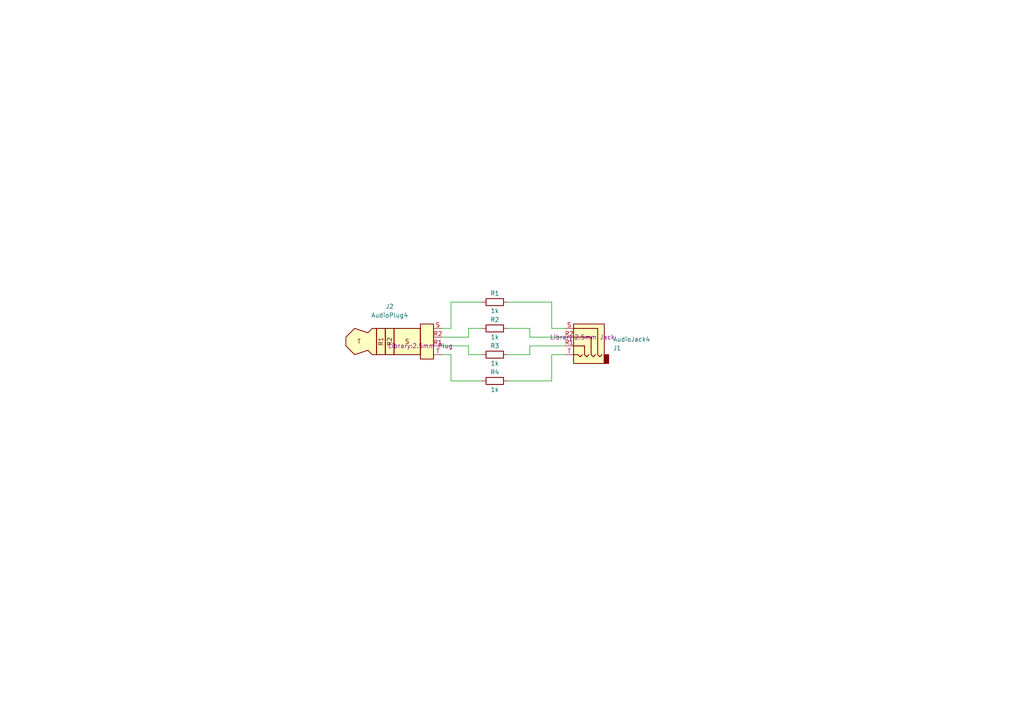
<source format=kicad_sch>
(kicad_sch (version 20230121) (generator eeschema)
  (paper "A4")
  (lib_symbols
    (symbol "Connector_Audio:AudioJack4"
      (property "Reference" "J" (at 0 8.89 0))
      (property "Value" "AudioJack4" (at 0 6.35 0))
      (symbol "AudioJack4_0_1"
        (rectangle (start -6.35 -5.08) (end -7.62 -7.62) (stroke (width 0.254)) (fill (type outline)))
        (polyline (pts (xy 0 -5.08) (xy 0.635 -5.715) (xy 1.27 -5.08) (xy 2.54 -5.08)) (stroke (width 0.254)))
        (polyline (pts (xy -5.715 -5.08) (xy -5.08 -5.715) (xy -4.445 -5.08) (xy -4.445 2.54) (xy 2.54 2.54)) (stroke (width 0.254)))
        (polyline (pts (xy -1.905 -5.08) (xy -1.27 -5.715) (xy -0.635 -5.08) (xy -0.635 -2.54) (xy 2.54 -2.54)) (stroke (width 0.254)))
        (polyline (pts (xy 2.54 0) (xy -2.54 0) (xy -2.54 -5.08) (xy -3.175 -5.715) (xy -3.81 -5.08)) (stroke (width 0.254)))
        (rectangle (start 2.54 3.81) (end -6.35 -7.62) (stroke (width 0.254)) (fill (type background)))
      )
      (symbol "AudioJack4_1_1"
        (pin passive line (at 5.08 -2.54 180) (length 2.54) (name "~") (number "R1"))
        (pin passive line (at 5.08 0 180) (length 2.54) (name "~") (number "R2"))
        (pin passive line (at 5.08 2.54 180) (length 2.54) (name "~") (number "S"))
        (pin passive line (at 5.08 -5.08 180) (length 2.54) (name "~") (number "T"))
      )
    )
    (symbol "Connector_Audio:AudioPlug4"
      (property "Reference" "J" (at 10.16 5.08 0))
      (property "Value" "AudioPlug4" (at 11.43 -7.62 0))
      (symbol "AudioPlug4_0_0"
        (text "R1" (at -2.54 -1.27 900) (effects (font (size 1.27 1.27))))
        (text "R2" (at 0 -1.27 900) (effects (font (size 1.27 1.27))))
        (text "S" (at 5.08 -1.27 0) (effects (font (size 1.27 1.27))))
        (text "T" (at -8.89 -1.27 0) (effects (font (size 1.27 1.27))))
      )
      (symbol "AudioPlug4_0_1"
        (rectangle (start -1.27 2.54) (end -3.81 -5.08) (stroke (width 0.254)) (fill (type background)))
        (polyline (pts (xy -3.81 2.54) (xy -5.08 2.54) (xy -6.35 1.27) (xy -10.16 2.54) (xy -12.7 0) (xy -12.7 -2.54) (xy -10.16 -5.08) (xy -6.35 -3.81) (xy -5.08 -5.08) (xy -3.81 -5.08) (xy -3.81 2.54)) (stroke (width 0.254)) (fill (type background)))
        (rectangle (start 1.27 2.54) (end -1.27 -5.08) (stroke (width 0.254)) (fill (type background)))
        (rectangle (start 1.27 2.54) (end 8.89 -5.08) (stroke (width 0.254)) (fill (type background)))
        (rectangle (start 12.7 3.81) (end 8.89 -6.35) (stroke (width 0.254)) (fill (type background)))
      )
      (symbol "AudioPlug4_1_1"
        (pin passive line (at 15.24 -2.54 180) (length 2.54) (name "~") (number "R1"))
        (pin passive line (at 15.24 0 180) (length 2.54) (name "~") (number "R2"))
        (pin passive line (at 15.24 2.54 180) (length 2.54) (name "~") (number "S"))
        (pin passive line (at 15.24 -5.08 180) (length 2.54) (name "~") (number "T"))
      )
    )
    (symbol "Device:R" (pin_numbers hide) (pin_names (offset 0))
      (property "Reference" "R" (at 2.032 0 90))
      (property "Value" "R" (at 0 0 90))
      (symbol "R_0_1"
        (rectangle (start -1.016 -2.54) (end 1.016 2.54) (stroke (width 0.254)))
      )
      (symbol "R_1_1"
        (pin passive line (at 0 3.81 270) (length 1.27) (name "~") (number "1"))
        (pin passive line (at 0 -3.81 90) (length 1.27) (name "~") (number "2"))
      )
    )
  )
  (wire (pts (xy 160.02 102.87) (xy 163.83 102.87)))
  (wire (pts (xy 128.27 97.79) (xy 135.89 97.79)))
  (wire (pts (xy 153.67 100.33) (xy 163.83 100.33)))
  (wire (pts (xy 135.89 95.25) (xy 139.7 95.25)))
  (wire (pts (xy 153.67 97.79) (xy 163.83 97.79)))
  (wire (pts (xy 130.81 95.25) (xy 130.81 87.63)))
  (wire (pts (xy 135.89 102.87) (xy 139.7 102.87)))
  (wire (pts (xy 128.27 102.87) (xy 130.81 102.87)))
  (wire (pts (xy 135.89 100.33) (xy 135.89 102.87)))
  (wire (pts (xy 160.02 95.25) (xy 163.83 95.25)))
  (wire (pts (xy 147.32 87.63) (xy 160.02 87.63)))
  (wire (pts (xy 128.27 95.25) (xy 130.81 95.25)))
  (wire (pts (xy 130.81 102.87) (xy 130.81 110.49)))
  (wire (pts (xy 147.32 110.49) (xy 160.02 110.49)))
  (wire (pts (xy 147.32 102.87) (xy 153.67 102.87)))
  (wire (pts (xy 147.32 95.25) (xy 153.67 95.25)))
  (wire (pts (xy 128.27 100.33) (xy 135.89 100.33)))
  (wire (pts (xy 153.67 95.25) (xy 153.67 97.79)))
  (wire (pts (xy 130.81 87.63) (xy 139.7 87.63)))
  (wire (pts (xy 130.81 110.49) (xy 139.7 110.49)))
  (wire (pts (xy 160.02 110.49) (xy 160.02 102.87)))
  (wire (pts (xy 135.89 97.79) (xy 135.89 95.25)))
  (wire (pts (xy 160.02 87.63) (xy 160.02 95.25)))
  (wire (pts (xy 153.67 102.87) (xy 153.67 100.33)))
  (symbol (lib_id "Device:R") (at 143.51 110.49 90) (unit 1)
    (property "Reference" "R4" (at 143.51 107.95 90))
    (property "Value" "1k" (at 143.51 113.03 90))
    (property "Footprint" "Resistor_SMD:R_0603_1608Metric" (effects hide))
  )
  (symbol (lib_id "Device:R") (at 143.51 95.25 90) (unit 1)
    (property "Reference" "R2" (at 143.51 92.71 90))
    (property "Value" "1k" (at 143.51 97.79 90))
    (property "Footprint" "Resistor_SMD:R_0603_1608Metric" (effects hide))
  )
  (symbol (lib_id "Device:R") (at 143.51 87.63 90) (unit 1)
    (property "Reference" "R1" (at 143.51 85.09 90))
    (property "Value" "1k" (at 143.51 90.17 90))
    (property "Footprint" "Resistor_SMD:R_0603_1608Metric" (effects hide))
  )
  (symbol (lib_id "Device:R") (at 143.51 102.87 90) (unit 1)
    (property "Reference" "R3" (at 143.51 100.33 90))
    (property "Value" "1k" (at 143.51 105.41 90))
    (property "Footprint" "Resistor_SMD:R_0603_1608Metric" (effects hide))
  )
  (symbol (lib_id "Connector_Audio:AudioPlug4") (at 113.03 97.79 0) (unit 1)
    (property "Reference" "J2" (at 113.03 88.9 0))
    (property "Value" "AudioPlug4" (at 113.03 91.44 0))
    (property "Footprint" "Library:2.5mm Plug" (at 121.92 100.33 0))
  )
  (symbol (lib_id "Connector_Audio:AudioJack4") (at 168.91 97.79 0) (mirror y) (unit 1)
    (property "Reference" "J1" (at 177.8 100.965 0) (effects (justify right)))
    (property "Value" "AudioJack4" (at 177.8 98.425 0) (effects (justify right)))
    (property "Footprint" "Library:2.5mm Jack" (at 168.91 97.79 0))
  )
)
</source>
